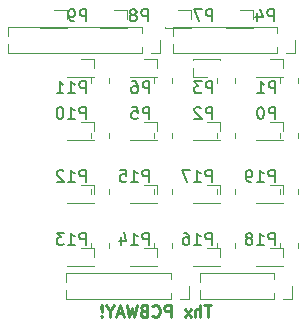
<source format=gbr>
%TF.GenerationSoftware,KiCad,Pcbnew,(6.0.2)*%
%TF.CreationDate,2022-06-08T23:24:18-05:00*%
%TF.ProjectId,UnoMiniCube,556e6f4d-696e-4694-9375-62652e6b6963,rev?*%
%TF.SameCoordinates,Original*%
%TF.FileFunction,Legend,Bot*%
%TF.FilePolarity,Positive*%
%FSLAX46Y46*%
G04 Gerber Fmt 4.6, Leading zero omitted, Abs format (unit mm)*
G04 Created by KiCad (PCBNEW (6.0.2)) date 2022-06-08 23:24:18*
%MOMM*%
%LPD*%
G01*
G04 APERTURE LIST*
%ADD10C,0.250000*%
%ADD11C,0.150000*%
%ADD12C,0.120000*%
G04 APERTURE END LIST*
D10*
X158487476Y-101941380D02*
X157916047Y-101941380D01*
X158201761Y-102941380D02*
X158201761Y-101941380D01*
X157582714Y-102941380D02*
X157582714Y-101941380D01*
X157154142Y-102941380D02*
X157154142Y-102417571D01*
X157201761Y-102322333D01*
X157297000Y-102274714D01*
X157439857Y-102274714D01*
X157535095Y-102322333D01*
X157582714Y-102369952D01*
X156773190Y-102941380D02*
X156249380Y-102274714D01*
X156773190Y-102274714D02*
X156249380Y-102941380D01*
X155106523Y-102941380D02*
X155106523Y-101941380D01*
X154725571Y-101941380D01*
X154630333Y-101989000D01*
X154582714Y-102036619D01*
X154535095Y-102131857D01*
X154535095Y-102274714D01*
X154582714Y-102369952D01*
X154630333Y-102417571D01*
X154725571Y-102465190D01*
X155106523Y-102465190D01*
X153535095Y-102846142D02*
X153582714Y-102893761D01*
X153725571Y-102941380D01*
X153820809Y-102941380D01*
X153963666Y-102893761D01*
X154058904Y-102798523D01*
X154106523Y-102703285D01*
X154154142Y-102512809D01*
X154154142Y-102369952D01*
X154106523Y-102179476D01*
X154058904Y-102084238D01*
X153963666Y-101989000D01*
X153820809Y-101941380D01*
X153725571Y-101941380D01*
X153582714Y-101989000D01*
X153535095Y-102036619D01*
X152773190Y-102417571D02*
X152630333Y-102465190D01*
X152582714Y-102512809D01*
X152535095Y-102608047D01*
X152535095Y-102750904D01*
X152582714Y-102846142D01*
X152630333Y-102893761D01*
X152725571Y-102941380D01*
X153106523Y-102941380D01*
X153106523Y-101941380D01*
X152773190Y-101941380D01*
X152677952Y-101989000D01*
X152630333Y-102036619D01*
X152582714Y-102131857D01*
X152582714Y-102227095D01*
X152630333Y-102322333D01*
X152677952Y-102369952D01*
X152773190Y-102417571D01*
X153106523Y-102417571D01*
X152201761Y-101941380D02*
X151963666Y-102941380D01*
X151773190Y-102227095D01*
X151582714Y-102941380D01*
X151344619Y-101941380D01*
X151011285Y-102655666D02*
X150535095Y-102655666D01*
X151106523Y-102941380D02*
X150773190Y-101941380D01*
X150439857Y-102941380D01*
X149916047Y-102465190D02*
X149916047Y-102941380D01*
X150249380Y-101941380D02*
X149916047Y-102465190D01*
X149582714Y-101941380D01*
X149249380Y-102846142D02*
X149201761Y-102893761D01*
X149249380Y-102941380D01*
X149297000Y-102893761D01*
X149249380Y-102846142D01*
X149249380Y-102941380D01*
X149249380Y-102560428D02*
X149297000Y-101989000D01*
X149249380Y-101941380D01*
X149201761Y-101989000D01*
X149249380Y-102560428D01*
X149249380Y-101941380D01*
D11*
%TO.C,P18*%
X163901285Y-96845380D02*
X163901285Y-95845380D01*
X163520333Y-95845380D01*
X163425095Y-95893000D01*
X163377476Y-95940619D01*
X163329857Y-96035857D01*
X163329857Y-96178714D01*
X163377476Y-96273952D01*
X163425095Y-96321571D01*
X163520333Y-96369190D01*
X163901285Y-96369190D01*
X162377476Y-96845380D02*
X162948904Y-96845380D01*
X162663190Y-96845380D02*
X162663190Y-95845380D01*
X162758428Y-95988238D01*
X162853666Y-96083476D01*
X162948904Y-96131095D01*
X161806047Y-96273952D02*
X161901285Y-96226333D01*
X161948904Y-96178714D01*
X161996523Y-96083476D01*
X161996523Y-96035857D01*
X161948904Y-95940619D01*
X161901285Y-95893000D01*
X161806047Y-95845380D01*
X161615571Y-95845380D01*
X161520333Y-95893000D01*
X161472714Y-95940619D01*
X161425095Y-96035857D01*
X161425095Y-96083476D01*
X161472714Y-96178714D01*
X161520333Y-96226333D01*
X161615571Y-96273952D01*
X161806047Y-96273952D01*
X161901285Y-96321571D01*
X161948904Y-96369190D01*
X161996523Y-96464428D01*
X161996523Y-96654904D01*
X161948904Y-96750142D01*
X161901285Y-96797761D01*
X161806047Y-96845380D01*
X161615571Y-96845380D01*
X161520333Y-96797761D01*
X161472714Y-96750142D01*
X161425095Y-96654904D01*
X161425095Y-96464428D01*
X161472714Y-96369190D01*
X161520333Y-96321571D01*
X161615571Y-96273952D01*
%TO.C,P8*%
X153138095Y-77922380D02*
X153138095Y-76922380D01*
X152757142Y-76922380D01*
X152661904Y-76970000D01*
X152614285Y-77017619D01*
X152566666Y-77112857D01*
X152566666Y-77255714D01*
X152614285Y-77350952D01*
X152661904Y-77398571D01*
X152757142Y-77446190D01*
X153138095Y-77446190D01*
X151995238Y-77350952D02*
X152090476Y-77303333D01*
X152138095Y-77255714D01*
X152185714Y-77160476D01*
X152185714Y-77112857D01*
X152138095Y-77017619D01*
X152090476Y-76970000D01*
X151995238Y-76922380D01*
X151804761Y-76922380D01*
X151709523Y-76970000D01*
X151661904Y-77017619D01*
X151614285Y-77112857D01*
X151614285Y-77160476D01*
X151661904Y-77255714D01*
X151709523Y-77303333D01*
X151804761Y-77350952D01*
X151995238Y-77350952D01*
X152090476Y-77398571D01*
X152138095Y-77446190D01*
X152185714Y-77541428D01*
X152185714Y-77731904D01*
X152138095Y-77827142D01*
X152090476Y-77874761D01*
X151995238Y-77922380D01*
X151804761Y-77922380D01*
X151709523Y-77874761D01*
X151661904Y-77827142D01*
X151614285Y-77731904D01*
X151614285Y-77541428D01*
X151661904Y-77446190D01*
X151709523Y-77398571D01*
X151804761Y-77350952D01*
%TO.C,P13*%
X147899285Y-96845380D02*
X147899285Y-95845380D01*
X147518333Y-95845380D01*
X147423095Y-95893000D01*
X147375476Y-95940619D01*
X147327857Y-96035857D01*
X147327857Y-96178714D01*
X147375476Y-96273952D01*
X147423095Y-96321571D01*
X147518333Y-96369190D01*
X147899285Y-96369190D01*
X146375476Y-96845380D02*
X146946904Y-96845380D01*
X146661190Y-96845380D02*
X146661190Y-95845380D01*
X146756428Y-95988238D01*
X146851666Y-96083476D01*
X146946904Y-96131095D01*
X146042142Y-95845380D02*
X145423095Y-95845380D01*
X145756428Y-96226333D01*
X145613571Y-96226333D01*
X145518333Y-96273952D01*
X145470714Y-96321571D01*
X145423095Y-96416809D01*
X145423095Y-96654904D01*
X145470714Y-96750142D01*
X145518333Y-96797761D01*
X145613571Y-96845380D01*
X145899285Y-96845380D01*
X145994523Y-96797761D01*
X146042142Y-96750142D01*
%TO.C,P17*%
X158567285Y-91511380D02*
X158567285Y-90511380D01*
X158186333Y-90511380D01*
X158091095Y-90559000D01*
X158043476Y-90606619D01*
X157995857Y-90701857D01*
X157995857Y-90844714D01*
X158043476Y-90939952D01*
X158091095Y-90987571D01*
X158186333Y-91035190D01*
X158567285Y-91035190D01*
X157043476Y-91511380D02*
X157614904Y-91511380D01*
X157329190Y-91511380D02*
X157329190Y-90511380D01*
X157424428Y-90654238D01*
X157519666Y-90749476D01*
X157614904Y-90797095D01*
X156710142Y-90511380D02*
X156043476Y-90511380D01*
X156472047Y-91511380D01*
%TO.C,P2*%
X158599095Y-86177380D02*
X158599095Y-85177380D01*
X158218142Y-85177380D01*
X158122904Y-85225000D01*
X158075285Y-85272619D01*
X158027666Y-85367857D01*
X158027666Y-85510714D01*
X158075285Y-85605952D01*
X158122904Y-85653571D01*
X158218142Y-85701190D01*
X158599095Y-85701190D01*
X157646714Y-85272619D02*
X157599095Y-85225000D01*
X157503857Y-85177380D01*
X157265761Y-85177380D01*
X157170523Y-85225000D01*
X157122904Y-85272619D01*
X157075285Y-85367857D01*
X157075285Y-85463095D01*
X157122904Y-85605952D01*
X157694333Y-86177380D01*
X157075285Y-86177380D01*
%TO.C,P4*%
X163806095Y-77922380D02*
X163806095Y-76922380D01*
X163425142Y-76922380D01*
X163329904Y-76970000D01*
X163282285Y-77017619D01*
X163234666Y-77112857D01*
X163234666Y-77255714D01*
X163282285Y-77350952D01*
X163329904Y-77398571D01*
X163425142Y-77446190D01*
X163806095Y-77446190D01*
X162377523Y-77255714D02*
X162377523Y-77922380D01*
X162615619Y-76874761D02*
X162853714Y-77589047D01*
X162234666Y-77589047D01*
%TO.C,P0*%
X163933095Y-86177380D02*
X163933095Y-85177380D01*
X163552142Y-85177380D01*
X163456904Y-85225000D01*
X163409285Y-85272619D01*
X163361666Y-85367857D01*
X163361666Y-85510714D01*
X163409285Y-85605952D01*
X163456904Y-85653571D01*
X163552142Y-85701190D01*
X163933095Y-85701190D01*
X162742619Y-85177380D02*
X162647380Y-85177380D01*
X162552142Y-85225000D01*
X162504523Y-85272619D01*
X162456904Y-85367857D01*
X162409285Y-85558333D01*
X162409285Y-85796428D01*
X162456904Y-85986904D01*
X162504523Y-86082142D01*
X162552142Y-86129761D01*
X162647380Y-86177380D01*
X162742619Y-86177380D01*
X162837857Y-86129761D01*
X162885476Y-86082142D01*
X162933095Y-85986904D01*
X162980714Y-85796428D01*
X162980714Y-85558333D01*
X162933095Y-85367857D01*
X162885476Y-85272619D01*
X162837857Y-85225000D01*
X162742619Y-85177380D01*
%TO.C,P11*%
X147899285Y-84018380D02*
X147899285Y-83018380D01*
X147518333Y-83018380D01*
X147423095Y-83066000D01*
X147375476Y-83113619D01*
X147327857Y-83208857D01*
X147327857Y-83351714D01*
X147375476Y-83446952D01*
X147423095Y-83494571D01*
X147518333Y-83542190D01*
X147899285Y-83542190D01*
X146375476Y-84018380D02*
X146946904Y-84018380D01*
X146661190Y-84018380D02*
X146661190Y-83018380D01*
X146756428Y-83161238D01*
X146851666Y-83256476D01*
X146946904Y-83304095D01*
X145423095Y-84018380D02*
X145994523Y-84018380D01*
X145708809Y-84018380D02*
X145708809Y-83018380D01*
X145804047Y-83161238D01*
X145899285Y-83256476D01*
X145994523Y-83304095D01*
%TO.C,P6*%
X153265095Y-84018380D02*
X153265095Y-83018380D01*
X152884142Y-83018380D01*
X152788904Y-83066000D01*
X152741285Y-83113619D01*
X152693666Y-83208857D01*
X152693666Y-83351714D01*
X152741285Y-83446952D01*
X152788904Y-83494571D01*
X152884142Y-83542190D01*
X153265095Y-83542190D01*
X151836523Y-83018380D02*
X152027000Y-83018380D01*
X152122238Y-83066000D01*
X152169857Y-83113619D01*
X152265095Y-83256476D01*
X152312714Y-83446952D01*
X152312714Y-83827904D01*
X152265095Y-83923142D01*
X152217476Y-83970761D01*
X152122238Y-84018380D01*
X151931761Y-84018380D01*
X151836523Y-83970761D01*
X151788904Y-83923142D01*
X151741285Y-83827904D01*
X151741285Y-83589809D01*
X151788904Y-83494571D01*
X151836523Y-83446952D01*
X151931761Y-83399333D01*
X152122238Y-83399333D01*
X152217476Y-83446952D01*
X152265095Y-83494571D01*
X152312714Y-83589809D01*
%TO.C,P7*%
X158599095Y-77922380D02*
X158599095Y-76922380D01*
X158218142Y-76922380D01*
X158122904Y-76970000D01*
X158075285Y-77017619D01*
X158027666Y-77112857D01*
X158027666Y-77255714D01*
X158075285Y-77350952D01*
X158122904Y-77398571D01*
X158218142Y-77446190D01*
X158599095Y-77446190D01*
X157694333Y-76922380D02*
X157027666Y-76922380D01*
X157456238Y-77922380D01*
%TO.C,P15*%
X153233285Y-91511380D02*
X153233285Y-90511380D01*
X152852333Y-90511380D01*
X152757095Y-90559000D01*
X152709476Y-90606619D01*
X152661857Y-90701857D01*
X152661857Y-90844714D01*
X152709476Y-90939952D01*
X152757095Y-90987571D01*
X152852333Y-91035190D01*
X153233285Y-91035190D01*
X151709476Y-91511380D02*
X152280904Y-91511380D01*
X151995190Y-91511380D02*
X151995190Y-90511380D01*
X152090428Y-90654238D01*
X152185666Y-90749476D01*
X152280904Y-90797095D01*
X150804714Y-90511380D02*
X151280904Y-90511380D01*
X151328523Y-90987571D01*
X151280904Y-90939952D01*
X151185666Y-90892333D01*
X150947571Y-90892333D01*
X150852333Y-90939952D01*
X150804714Y-90987571D01*
X150757095Y-91082809D01*
X150757095Y-91320904D01*
X150804714Y-91416142D01*
X150852333Y-91463761D01*
X150947571Y-91511380D01*
X151185666Y-91511380D01*
X151280904Y-91463761D01*
X151328523Y-91416142D01*
%TO.C,P12*%
X147899285Y-91511380D02*
X147899285Y-90511380D01*
X147518333Y-90511380D01*
X147423095Y-90559000D01*
X147375476Y-90606619D01*
X147327857Y-90701857D01*
X147327857Y-90844714D01*
X147375476Y-90939952D01*
X147423095Y-90987571D01*
X147518333Y-91035190D01*
X147899285Y-91035190D01*
X146375476Y-91511380D02*
X146946904Y-91511380D01*
X146661190Y-91511380D02*
X146661190Y-90511380D01*
X146756428Y-90654238D01*
X146851666Y-90749476D01*
X146946904Y-90797095D01*
X145994523Y-90606619D02*
X145946904Y-90559000D01*
X145851666Y-90511380D01*
X145613571Y-90511380D01*
X145518333Y-90559000D01*
X145470714Y-90606619D01*
X145423095Y-90701857D01*
X145423095Y-90797095D01*
X145470714Y-90939952D01*
X146042142Y-91511380D01*
X145423095Y-91511380D01*
%TO.C,P14*%
X153233285Y-96845380D02*
X153233285Y-95845380D01*
X152852333Y-95845380D01*
X152757095Y-95893000D01*
X152709476Y-95940619D01*
X152661857Y-96035857D01*
X152661857Y-96178714D01*
X152709476Y-96273952D01*
X152757095Y-96321571D01*
X152852333Y-96369190D01*
X153233285Y-96369190D01*
X151709476Y-96845380D02*
X152280904Y-96845380D01*
X151995190Y-96845380D02*
X151995190Y-95845380D01*
X152090428Y-95988238D01*
X152185666Y-96083476D01*
X152280904Y-96131095D01*
X150852333Y-96178714D02*
X150852333Y-96845380D01*
X151090428Y-95797761D02*
X151328523Y-96512047D01*
X150709476Y-96512047D01*
%TO.C,P5*%
X153265095Y-86177380D02*
X153265095Y-85177380D01*
X152884142Y-85177380D01*
X152788904Y-85225000D01*
X152741285Y-85272619D01*
X152693666Y-85367857D01*
X152693666Y-85510714D01*
X152741285Y-85605952D01*
X152788904Y-85653571D01*
X152884142Y-85701190D01*
X153265095Y-85701190D01*
X151788904Y-85177380D02*
X152265095Y-85177380D01*
X152312714Y-85653571D01*
X152265095Y-85605952D01*
X152169857Y-85558333D01*
X151931761Y-85558333D01*
X151836523Y-85605952D01*
X151788904Y-85653571D01*
X151741285Y-85748809D01*
X151741285Y-85986904D01*
X151788904Y-86082142D01*
X151836523Y-86129761D01*
X151931761Y-86177380D01*
X152169857Y-86177380D01*
X152265095Y-86129761D01*
X152312714Y-86082142D01*
%TO.C,P1*%
X163933095Y-84018380D02*
X163933095Y-83018380D01*
X163552142Y-83018380D01*
X163456904Y-83066000D01*
X163409285Y-83113619D01*
X163361666Y-83208857D01*
X163361666Y-83351714D01*
X163409285Y-83446952D01*
X163456904Y-83494571D01*
X163552142Y-83542190D01*
X163933095Y-83542190D01*
X162409285Y-84018380D02*
X162980714Y-84018380D01*
X162695000Y-84018380D02*
X162695000Y-83018380D01*
X162790238Y-83161238D01*
X162885476Y-83256476D01*
X162980714Y-83304095D01*
%TO.C,P16*%
X158567285Y-96845380D02*
X158567285Y-95845380D01*
X158186333Y-95845380D01*
X158091095Y-95893000D01*
X158043476Y-95940619D01*
X157995857Y-96035857D01*
X157995857Y-96178714D01*
X158043476Y-96273952D01*
X158091095Y-96321571D01*
X158186333Y-96369190D01*
X158567285Y-96369190D01*
X157043476Y-96845380D02*
X157614904Y-96845380D01*
X157329190Y-96845380D02*
X157329190Y-95845380D01*
X157424428Y-95988238D01*
X157519666Y-96083476D01*
X157614904Y-96131095D01*
X156186333Y-95845380D02*
X156376809Y-95845380D01*
X156472047Y-95893000D01*
X156519666Y-95940619D01*
X156614904Y-96083476D01*
X156662523Y-96273952D01*
X156662523Y-96654904D01*
X156614904Y-96750142D01*
X156567285Y-96797761D01*
X156472047Y-96845380D01*
X156281571Y-96845380D01*
X156186333Y-96797761D01*
X156138714Y-96750142D01*
X156091095Y-96654904D01*
X156091095Y-96416809D01*
X156138714Y-96321571D01*
X156186333Y-96273952D01*
X156281571Y-96226333D01*
X156472047Y-96226333D01*
X156567285Y-96273952D01*
X156614904Y-96321571D01*
X156662523Y-96416809D01*
%TO.C,P19*%
X163901285Y-91511380D02*
X163901285Y-90511380D01*
X163520333Y-90511380D01*
X163425095Y-90559000D01*
X163377476Y-90606619D01*
X163329857Y-90701857D01*
X163329857Y-90844714D01*
X163377476Y-90939952D01*
X163425095Y-90987571D01*
X163520333Y-91035190D01*
X163901285Y-91035190D01*
X162377476Y-91511380D02*
X162948904Y-91511380D01*
X162663190Y-91511380D02*
X162663190Y-90511380D01*
X162758428Y-90654238D01*
X162853666Y-90749476D01*
X162948904Y-90797095D01*
X161901285Y-91511380D02*
X161710809Y-91511380D01*
X161615571Y-91463761D01*
X161567952Y-91416142D01*
X161472714Y-91273285D01*
X161425095Y-91082809D01*
X161425095Y-90701857D01*
X161472714Y-90606619D01*
X161520333Y-90559000D01*
X161615571Y-90511380D01*
X161806047Y-90511380D01*
X161901285Y-90559000D01*
X161948904Y-90606619D01*
X161996523Y-90701857D01*
X161996523Y-90939952D01*
X161948904Y-91035190D01*
X161901285Y-91082809D01*
X161806047Y-91130428D01*
X161615571Y-91130428D01*
X161520333Y-91082809D01*
X161472714Y-91035190D01*
X161425095Y-90939952D01*
%TO.C,P3*%
X158599095Y-84018380D02*
X158599095Y-83018380D01*
X158218142Y-83018380D01*
X158122904Y-83066000D01*
X158075285Y-83113619D01*
X158027666Y-83208857D01*
X158027666Y-83351714D01*
X158075285Y-83446952D01*
X158122904Y-83494571D01*
X158218142Y-83542190D01*
X158599095Y-83542190D01*
X157694333Y-83018380D02*
X157075285Y-83018380D01*
X157408619Y-83399333D01*
X157265761Y-83399333D01*
X157170523Y-83446952D01*
X157122904Y-83494571D01*
X157075285Y-83589809D01*
X157075285Y-83827904D01*
X157122904Y-83923142D01*
X157170523Y-83970761D01*
X157265761Y-84018380D01*
X157551476Y-84018380D01*
X157646714Y-83970761D01*
X157694333Y-83923142D01*
%TO.C,P10*%
X147899285Y-86177380D02*
X147899285Y-85177380D01*
X147518333Y-85177380D01*
X147423095Y-85225000D01*
X147375476Y-85272619D01*
X147327857Y-85367857D01*
X147327857Y-85510714D01*
X147375476Y-85605952D01*
X147423095Y-85653571D01*
X147518333Y-85701190D01*
X147899285Y-85701190D01*
X146375476Y-86177380D02*
X146946904Y-86177380D01*
X146661190Y-86177380D02*
X146661190Y-85177380D01*
X146756428Y-85320238D01*
X146851666Y-85415476D01*
X146946904Y-85463095D01*
X145756428Y-85177380D02*
X145661190Y-85177380D01*
X145565952Y-85225000D01*
X145518333Y-85272619D01*
X145470714Y-85367857D01*
X145423095Y-85558333D01*
X145423095Y-85796428D01*
X145470714Y-85986904D01*
X145518333Y-86082142D01*
X145565952Y-86129761D01*
X145661190Y-86177380D01*
X145756428Y-86177380D01*
X145851666Y-86129761D01*
X145899285Y-86082142D01*
X145946904Y-85986904D01*
X145994523Y-85796428D01*
X145994523Y-85558333D01*
X145946904Y-85367857D01*
X145899285Y-85272619D01*
X145851666Y-85225000D01*
X145756428Y-85177380D01*
%TO.C,P9*%
X147931095Y-77922380D02*
X147931095Y-76922380D01*
X147550142Y-76922380D01*
X147454904Y-76970000D01*
X147407285Y-77017619D01*
X147359666Y-77112857D01*
X147359666Y-77255714D01*
X147407285Y-77350952D01*
X147454904Y-77398571D01*
X147550142Y-77446190D01*
X147931095Y-77446190D01*
X146883476Y-77922380D02*
X146693000Y-77922380D01*
X146597761Y-77874761D01*
X146550142Y-77827142D01*
X146454904Y-77684285D01*
X146407285Y-77493809D01*
X146407285Y-77112857D01*
X146454904Y-77017619D01*
X146502523Y-76970000D01*
X146597761Y-76922380D01*
X146788238Y-76922380D01*
X146883476Y-76970000D01*
X146931095Y-77017619D01*
X146978714Y-77112857D01*
X146978714Y-77350952D01*
X146931095Y-77446190D01*
X146883476Y-77493809D01*
X146788238Y-77541428D01*
X146597761Y-77541428D01*
X146502523Y-77493809D01*
X146454904Y-77446190D01*
X146407285Y-77350952D01*
D12*
%TO.C,P18*%
X164559000Y-98677000D02*
X164559000Y-98612000D01*
X164559000Y-97917000D02*
X164559000Y-97157000D01*
X162339000Y-98677000D02*
X162339000Y-98612000D01*
X164559000Y-97157000D02*
X163449000Y-97157000D01*
X164559000Y-98677000D02*
X164012471Y-98677000D01*
X164559000Y-98677000D02*
X162339000Y-98677000D01*
X162885529Y-98677000D02*
X162339000Y-98677000D01*
%TO.C,R14*%
X149833000Y-96657936D02*
X149833000Y-97112064D01*
X148363000Y-96657936D02*
X148363000Y-97112064D01*
%TO.C,R16*%
X164365000Y-96673936D02*
X164365000Y-97128064D01*
X165835000Y-96673936D02*
X165835000Y-97128064D01*
%TO.C,R6*%
X153697000Y-87839064D02*
X153697000Y-87384936D01*
X155167000Y-87839064D02*
X155167000Y-87384936D01*
%TO.C,J1*%
X164851000Y-80612000D02*
X165611000Y-80612000D01*
X155266000Y-80612000D02*
X155266000Y-79809530D01*
X155266000Y-79194470D02*
X155266000Y-78392000D01*
X164091000Y-80612000D02*
X164091000Y-80065471D01*
X164091000Y-78938529D02*
X164091000Y-78392000D01*
X165611000Y-80612000D02*
X165611000Y-79502000D01*
X164091000Y-80612000D02*
X155266000Y-80612000D01*
X164091000Y-78392000D02*
X155266000Y-78392000D01*
%TO.C,P8*%
X149677529Y-78484000D02*
X149131000Y-78484000D01*
X151351000Y-77724000D02*
X151351000Y-76964000D01*
X151351000Y-78484000D02*
X149131000Y-78484000D01*
X151351000Y-78484000D02*
X150804471Y-78484000D01*
X151351000Y-78484000D02*
X151351000Y-78419000D01*
X149131000Y-78484000D02*
X149131000Y-78419000D01*
X151351000Y-76964000D02*
X150241000Y-76964000D01*
%TO.C,R1*%
X165835000Y-87839064D02*
X165835000Y-87384936D01*
X164365000Y-87839064D02*
X164365000Y-87384936D01*
%TO.C,P13*%
X148557000Y-97917000D02*
X148557000Y-97157000D01*
X148557000Y-98677000D02*
X148010471Y-98677000D01*
X146337000Y-98677000D02*
X146337000Y-98612000D01*
X148557000Y-97157000D02*
X147447000Y-97157000D01*
X148557000Y-98677000D02*
X146337000Y-98677000D01*
X146883529Y-98677000D02*
X146337000Y-98677000D01*
X148557000Y-98677000D02*
X148557000Y-98612000D01*
%TO.C,J2*%
X153426000Y-80612000D02*
X154186000Y-80612000D01*
X141301000Y-80612000D02*
X141301000Y-79809530D01*
X141301000Y-79194470D02*
X141301000Y-78392000D01*
X152666000Y-78392000D02*
X141301000Y-78392000D01*
X152666000Y-80612000D02*
X152666000Y-80065471D01*
X152666000Y-78938529D02*
X152666000Y-78392000D01*
X152666000Y-80612000D02*
X141301000Y-80612000D01*
X154186000Y-80612000D02*
X154186000Y-79502000D01*
%TO.C,R18*%
X153697000Y-92101936D02*
X153697000Y-92556064D01*
X155167000Y-92101936D02*
X155167000Y-92556064D01*
%TO.C,R12*%
X149833000Y-83142064D02*
X149833000Y-82687936D01*
X148363000Y-83142064D02*
X148363000Y-82687936D01*
%TO.C,P17*%
X159225000Y-92583000D02*
X159225000Y-91823000D01*
X159225000Y-93343000D02*
X159225000Y-93278000D01*
X159225000Y-93343000D02*
X157005000Y-93343000D01*
X159225000Y-93343000D02*
X158678471Y-93343000D01*
X157005000Y-93343000D02*
X157005000Y-93278000D01*
X159225000Y-91823000D02*
X158115000Y-91823000D01*
X157551529Y-93343000D02*
X157005000Y-93343000D01*
%TO.C,P2*%
X157005000Y-88009000D02*
X157005000Y-87944000D01*
X159225000Y-86489000D02*
X158115000Y-86489000D01*
X159225000Y-87249000D02*
X159225000Y-86489000D01*
X159225000Y-88009000D02*
X157005000Y-88009000D01*
X157551529Y-88009000D02*
X157005000Y-88009000D01*
X159225000Y-88009000D02*
X159225000Y-87944000D01*
X159225000Y-88009000D02*
X158678471Y-88009000D01*
%TO.C,R5*%
X160501000Y-92101936D02*
X160501000Y-92556064D01*
X159031000Y-92101936D02*
X159031000Y-92556064D01*
%TO.C,R3*%
X159031000Y-87839064D02*
X159031000Y-87384936D01*
X160501000Y-87839064D02*
X160501000Y-87384936D01*
%TO.C,J4*%
X156594000Y-101440000D02*
X156594000Y-100330000D01*
X146249000Y-100022470D02*
X146249000Y-99220000D01*
X155074000Y-101440000D02*
X155074000Y-100893471D01*
X155074000Y-99220000D02*
X146249000Y-99220000D01*
X155074000Y-101440000D02*
X146249000Y-101440000D01*
X155074000Y-99766529D02*
X155074000Y-99220000D01*
X146249000Y-101440000D02*
X146249000Y-100637530D01*
X155834000Y-101440000D02*
X156594000Y-101440000D01*
%TO.C,R2*%
X164365000Y-83158064D02*
X164365000Y-82703936D01*
X165835000Y-83158064D02*
X165835000Y-82703936D01*
%TO.C,P4*%
X162019000Y-77724000D02*
X162019000Y-76964000D01*
X162019000Y-78484000D02*
X159799000Y-78484000D01*
X162019000Y-76964000D02*
X160909000Y-76964000D01*
X162019000Y-78484000D02*
X161472471Y-78484000D01*
X159799000Y-78484000D02*
X159799000Y-78419000D01*
X162019000Y-78484000D02*
X162019000Y-78419000D01*
X160345529Y-78484000D02*
X159799000Y-78484000D01*
%TO.C,J3*%
X163832000Y-99220000D02*
X157547000Y-99220000D01*
X163832000Y-101440000D02*
X163832000Y-100893471D01*
X157547000Y-101440000D02*
X157547000Y-100637530D01*
X165352000Y-101440000D02*
X165352000Y-100330000D01*
X163832000Y-99766529D02*
X163832000Y-99220000D01*
X163832000Y-101440000D02*
X157547000Y-101440000D01*
X157547000Y-100022470D02*
X157547000Y-99220000D01*
X164592000Y-101440000D02*
X165352000Y-101440000D01*
%TO.C,P0*%
X164559000Y-88009000D02*
X162339000Y-88009000D01*
X164559000Y-88009000D02*
X164012471Y-88009000D01*
X162339000Y-88009000D02*
X162339000Y-87944000D01*
X164559000Y-86489000D02*
X163449000Y-86489000D01*
X164559000Y-88009000D02*
X164559000Y-87944000D01*
X164559000Y-87249000D02*
X164559000Y-86489000D01*
X162885529Y-88009000D02*
X162339000Y-88009000D01*
%TO.C,R17*%
X159031000Y-96657936D02*
X159031000Y-97112064D01*
X160501000Y-96657936D02*
X160501000Y-97112064D01*
%TO.C,P11*%
X148557000Y-82675000D02*
X146337000Y-82675000D01*
X148557000Y-81915000D02*
X148557000Y-81155000D01*
X146337000Y-82675000D02*
X146337000Y-82610000D01*
X148557000Y-81155000D02*
X147447000Y-81155000D01*
X148557000Y-82675000D02*
X148010471Y-82675000D01*
X148557000Y-82675000D02*
X148557000Y-82610000D01*
X146883529Y-82675000D02*
X146337000Y-82675000D01*
%TO.C,P6*%
X153891000Y-81155000D02*
X152781000Y-81155000D01*
X153891000Y-82675000D02*
X153344471Y-82675000D01*
X152217529Y-82675000D02*
X151671000Y-82675000D01*
X153891000Y-82675000D02*
X151671000Y-82675000D01*
X153891000Y-81915000D02*
X153891000Y-81155000D01*
X153891000Y-82675000D02*
X153891000Y-82610000D01*
X151671000Y-82675000D02*
X151671000Y-82610000D01*
%TO.C,R15*%
X165835000Y-92101936D02*
X165835000Y-92556064D01*
X164365000Y-92101936D02*
X164365000Y-92556064D01*
%TO.C,R19*%
X153697000Y-96673936D02*
X153697000Y-97128064D01*
X155167000Y-96673936D02*
X155167000Y-97128064D01*
%TO.C,R13*%
X149833000Y-92117936D02*
X149833000Y-92572064D01*
X148363000Y-92117936D02*
X148363000Y-92572064D01*
%TO.C,P7*%
X156812000Y-78484000D02*
X156812000Y-78419000D01*
X156812000Y-77724000D02*
X156812000Y-76964000D01*
X156812000Y-78484000D02*
X156265471Y-78484000D01*
X155138529Y-78484000D02*
X154592000Y-78484000D01*
X156812000Y-78484000D02*
X154592000Y-78484000D01*
X154592000Y-78484000D02*
X154592000Y-78419000D01*
X156812000Y-76964000D02*
X155702000Y-76964000D01*
%TO.C,R11*%
X148363000Y-87839064D02*
X148363000Y-87384936D01*
X149833000Y-87839064D02*
X149833000Y-87384936D01*
%TO.C,P15*%
X151671000Y-93343000D02*
X151671000Y-93278000D01*
X153891000Y-92583000D02*
X153891000Y-91823000D01*
X153891000Y-93343000D02*
X151671000Y-93343000D01*
X152217529Y-93343000D02*
X151671000Y-93343000D01*
X153891000Y-91823000D02*
X152781000Y-91823000D01*
X153891000Y-93343000D02*
X153891000Y-93278000D01*
X153891000Y-93343000D02*
X153344471Y-93343000D01*
%TO.C,R7*%
X153697000Y-83174064D02*
X153697000Y-82719936D01*
X155167000Y-83174064D02*
X155167000Y-82719936D01*
%TO.C,P12*%
X148557000Y-91823000D02*
X147447000Y-91823000D01*
X146337000Y-93343000D02*
X146337000Y-93278000D01*
X146883529Y-93343000D02*
X146337000Y-93343000D01*
X148557000Y-93343000D02*
X148557000Y-93278000D01*
X148557000Y-92583000D02*
X148557000Y-91823000D01*
X148557000Y-93343000D02*
X148010471Y-93343000D01*
X148557000Y-93343000D02*
X146337000Y-93343000D01*
%TO.C,P14*%
X151671000Y-98677000D02*
X151671000Y-98612000D01*
X153891000Y-98677000D02*
X153344471Y-98677000D01*
X153891000Y-97917000D02*
X153891000Y-97157000D01*
X152217529Y-98677000D02*
X151671000Y-98677000D01*
X153891000Y-97157000D02*
X152781000Y-97157000D01*
X153891000Y-98677000D02*
X153891000Y-98612000D01*
X153891000Y-98677000D02*
X151671000Y-98677000D01*
%TO.C,P5*%
X153891000Y-88009000D02*
X151671000Y-88009000D01*
X153891000Y-88009000D02*
X153891000Y-87944000D01*
X153891000Y-88009000D02*
X153344471Y-88009000D01*
X152217529Y-88009000D02*
X151671000Y-88009000D01*
X153891000Y-86489000D02*
X152781000Y-86489000D01*
X153891000Y-87249000D02*
X153891000Y-86489000D01*
X151671000Y-88009000D02*
X151671000Y-87944000D01*
%TO.C,P1*%
X162339000Y-82675000D02*
X162339000Y-82610000D01*
X164559000Y-82675000D02*
X164559000Y-82610000D01*
X162885529Y-82675000D02*
X162339000Y-82675000D01*
X164559000Y-81915000D02*
X164559000Y-81155000D01*
X164559000Y-81155000D02*
X163449000Y-81155000D01*
X164559000Y-82675000D02*
X164012471Y-82675000D01*
X164559000Y-82675000D02*
X162339000Y-82675000D01*
%TO.C,P16*%
X159225000Y-98677000D02*
X158678471Y-98677000D01*
X159225000Y-97917000D02*
X159225000Y-97157000D01*
X159225000Y-98677000D02*
X157005000Y-98677000D01*
X157005000Y-98677000D02*
X157005000Y-98612000D01*
X159225000Y-97157000D02*
X158115000Y-97157000D01*
X159225000Y-98677000D02*
X159225000Y-98612000D01*
X157551529Y-98677000D02*
X157005000Y-98677000D01*
%TO.C,P19*%
X164559000Y-93343000D02*
X164559000Y-93278000D01*
X164559000Y-93343000D02*
X162339000Y-93343000D01*
X164559000Y-92583000D02*
X164559000Y-91823000D01*
X164559000Y-93343000D02*
X164012471Y-93343000D01*
X162339000Y-93343000D02*
X162339000Y-93278000D01*
X164559000Y-91823000D02*
X163449000Y-91823000D01*
X162885529Y-93343000D02*
X162339000Y-93343000D01*
%TO.C,P3*%
X159225000Y-81155000D02*
X159225000Y-81220000D01*
X158678471Y-81155000D02*
X159225000Y-81155000D01*
X157005000Y-81155000D02*
X157551529Y-81155000D01*
X157005000Y-81155000D02*
X157005000Y-81220000D01*
X157005000Y-81915000D02*
X157005000Y-82675000D01*
X157005000Y-81155000D02*
X159225000Y-81155000D01*
X157005000Y-82675000D02*
X158115000Y-82675000D01*
%TO.C,R4*%
X159031000Y-83174064D02*
X159031000Y-82719936D01*
X160501000Y-83174064D02*
X160501000Y-82719936D01*
%TO.C,P10*%
X148557000Y-86489000D02*
X147447000Y-86489000D01*
X148557000Y-88009000D02*
X148557000Y-87944000D01*
X148557000Y-88009000D02*
X146337000Y-88009000D01*
X148557000Y-88009000D02*
X148010471Y-88009000D01*
X146883529Y-88009000D02*
X146337000Y-88009000D01*
X148557000Y-87249000D02*
X148557000Y-86489000D01*
X146337000Y-88009000D02*
X146337000Y-87944000D01*
%TO.C,P9*%
X146271000Y-77724000D02*
X146271000Y-76964000D01*
X146271000Y-76964000D02*
X145161000Y-76964000D01*
X146271000Y-78484000D02*
X146271000Y-78419000D01*
X146271000Y-78484000D02*
X145724471Y-78484000D01*
X146271000Y-78484000D02*
X144051000Y-78484000D01*
X144051000Y-78484000D02*
X144051000Y-78419000D01*
X144597529Y-78484000D02*
X144051000Y-78484000D01*
%TD*%
M02*

</source>
